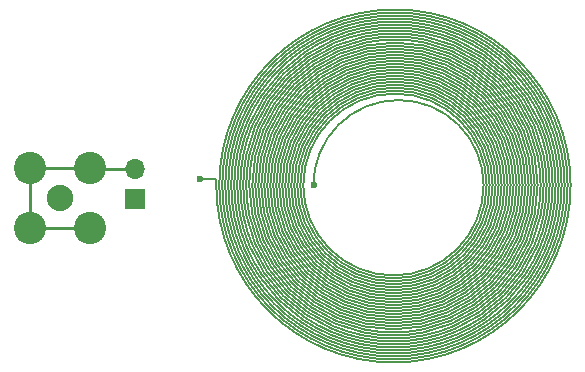
<source format=gbr>
%TF.GenerationSoftware,KiCad,Pcbnew,8.0.1*%
%TF.CreationDate,2024-06-16T17:47:39-07:00*%
%TF.ProjectId,eddy_pcb_coil,65646479-5f70-4636-925f-636f696c2e6b,rev?*%
%TF.SameCoordinates,Original*%
%TF.FileFunction,Copper,L2,Bot*%
%TF.FilePolarity,Positive*%
%FSLAX46Y46*%
G04 Gerber Fmt 4.6, Leading zero omitted, Abs format (unit mm)*
G04 Created by KiCad (PCBNEW 8.0.1) date 2024-06-16 17:47:39*
%MOMM*%
%LPD*%
G01*
G04 APERTURE LIST*
G04 Aperture macros list*
%AMRoundRect*
0 Rectangle with rounded corners*
0 $1 Rounding radius*
0 $2 $3 $4 $5 $6 $7 $8 $9 X,Y pos of 4 corners*
0 Add a 4 corners polygon primitive as box body*
4,1,4,$2,$3,$4,$5,$6,$7,$8,$9,$2,$3,0*
0 Add four circle primitives for the rounded corners*
1,1,$1+$1,$2,$3*
1,1,$1+$1,$4,$5*
1,1,$1+$1,$6,$7*
1,1,$1+$1,$8,$9*
0 Add four rect primitives between the rounded corners*
20,1,$1+$1,$2,$3,$4,$5,0*
20,1,$1+$1,$4,$5,$6,$7,0*
20,1,$1+$1,$6,$7,$8,$9,0*
20,1,$1+$1,$8,$9,$2,$3,0*%
G04 Aperture macros list end*
%TA.AperFunction,EtchedComponent*%
%ADD10C,0.127000*%
%TD*%
%TA.AperFunction,ComponentPad*%
%ADD11R,1.700000X1.700000*%
%TD*%
%TA.AperFunction,ComponentPad*%
%ADD12O,1.700000X1.700000*%
%TD*%
%TA.AperFunction,ComponentPad*%
%ADD13C,0.600000*%
%TD*%
%TA.AperFunction,SMDPad,CuDef*%
%ADD14RoundRect,0.031750X0.476250X0.031750X-0.476250X0.031750X-0.476250X-0.031750X0.476250X-0.031750X0*%
%TD*%
%TA.AperFunction,ComponentPad*%
%ADD15C,2.240000*%
%TD*%
%TA.AperFunction,ComponentPad*%
%ADD16C,2.740000*%
%TD*%
%TA.AperFunction,ViaPad*%
%ADD17C,0.600000*%
%TD*%
%TA.AperFunction,Conductor*%
%ADD18C,0.254000*%
%TD*%
%TA.AperFunction,Conductor*%
%ADD19C,0.127000*%
%TD*%
G04 APERTURE END LIST*
D10*
%TO.C,L1*%
X148627200Y-67479800D02*
X148627200Y-66979800D01*
X148627200Y-66979800D02*
X148127200Y-66979800D01*
X178627200Y-67479800D02*
G75*
G02*
X148627200Y-67479800I-15000000J0D01*
G01*
X178373200Y-67479800D02*
G75*
G02*
X148881200Y-67479800I-14746000J0D01*
G01*
X178119200Y-67479800D02*
G75*
G02*
X149135200Y-67479800I-14492000J0D01*
G01*
X177865200Y-67479800D02*
G75*
G02*
X149389200Y-67479800I-14238000J0D01*
G01*
X177611200Y-67479800D02*
G75*
G02*
X149643200Y-67479800I-13984000J0D01*
G01*
X177357200Y-67479800D02*
G75*
G02*
X149897200Y-67479800I-13730000J0D01*
G01*
X177103200Y-67479800D02*
G75*
G02*
X150151200Y-67479800I-13476000J0D01*
G01*
X176849200Y-67479800D02*
G75*
G02*
X150405200Y-67479800I-13222000J0D01*
G01*
X176595200Y-67479800D02*
G75*
G02*
X150659200Y-67479800I-12968000J0D01*
G01*
X176341200Y-67479800D02*
G75*
G02*
X150913200Y-67479800I-12714000J0D01*
G01*
X176087200Y-67479800D02*
G75*
G02*
X151167200Y-67479800I-12460000J0D01*
G01*
X175833200Y-67479800D02*
G75*
G02*
X151421200Y-67479800I-12206000J0D01*
G01*
X175579200Y-67479800D02*
G75*
G02*
X151675200Y-67479800I-11952000J0D01*
G01*
X175325200Y-67479800D02*
G75*
G02*
X151929200Y-67479800I-11698000J0D01*
G01*
X175071200Y-67479800D02*
G75*
G02*
X152183200Y-67479800I-11444000J0D01*
G01*
X174817200Y-67479800D02*
G75*
G02*
X152437200Y-67479800I-11190000J0D01*
G01*
X174563200Y-67479800D02*
G75*
G02*
X152691200Y-67479800I-10936000J0D01*
G01*
X174309200Y-67479800D02*
G75*
G02*
X152945200Y-67479800I-10682000J0D01*
G01*
X174055200Y-67479800D02*
G75*
G02*
X153199200Y-67479800I-10428000J0D01*
G01*
X173801200Y-67479800D02*
G75*
G02*
X153453200Y-67479800I-10174000J0D01*
G01*
X173547200Y-67479800D02*
G75*
G02*
X153707200Y-67479800I-9920000J0D01*
G01*
X173293200Y-67479800D02*
G75*
G02*
X153961200Y-67479800I-9666000J0D01*
G01*
X173039200Y-67479800D02*
G75*
G02*
X154215200Y-67479800I-9412000J0D01*
G01*
X172785200Y-67479800D02*
G75*
G02*
X154469200Y-67479800I-9158000J0D01*
G01*
X172531200Y-67479800D02*
G75*
G02*
X154723200Y-67479800I-8904000J0D01*
G01*
X172277200Y-67479800D02*
G75*
G02*
X154977200Y-67479800I-8650000J0D01*
G01*
X172023200Y-67479800D02*
G75*
G02*
X155231200Y-67479800I-8396000J0D01*
G01*
X171769200Y-67479800D02*
G75*
G02*
X155485200Y-67479800I-8142000J0D01*
G01*
X171515200Y-67479800D02*
G75*
G02*
X155739200Y-67479800I-7888000J0D01*
G01*
X171261200Y-67479800D02*
G75*
G02*
X155993200Y-67479800I-7634000J-4226D01*
G01*
X156847201Y-67479800D02*
G75*
G02*
X171261199Y-67479800I7206999J6244D01*
G01*
X155993200Y-67479800D02*
G75*
G02*
X171515200Y-67479800I7761000J0D01*
G01*
X155739200Y-67479800D02*
G75*
G02*
X171769200Y-67479800I8015000J0D01*
G01*
X155485200Y-67479800D02*
G75*
G02*
X172023200Y-67479800I8269000J0D01*
G01*
X155231200Y-67479800D02*
G75*
G02*
X172277200Y-67479800I8523000J0D01*
G01*
X154977200Y-67479800D02*
G75*
G02*
X172531200Y-67479800I8777000J0D01*
G01*
X154723200Y-67479800D02*
G75*
G02*
X172785200Y-67479800I9031000J0D01*
G01*
X154469200Y-67479800D02*
G75*
G02*
X173039200Y-67479800I9285000J0D01*
G01*
X154215200Y-67479800D02*
G75*
G02*
X173293200Y-67479800I9539000J0D01*
G01*
X153961200Y-67479800D02*
G75*
G02*
X173547200Y-67479800I9793000J0D01*
G01*
X153707200Y-67479800D02*
G75*
G02*
X173801200Y-67479800I10047000J0D01*
G01*
X153453200Y-67479800D02*
G75*
G02*
X174055200Y-67479800I10301000J0D01*
G01*
X153199200Y-67479800D02*
G75*
G02*
X174309200Y-67479800I10555000J0D01*
G01*
X152945200Y-67479800D02*
G75*
G02*
X174563200Y-67479800I10809000J0D01*
G01*
X152691200Y-67479800D02*
G75*
G02*
X174817200Y-67479800I11063000J0D01*
G01*
X152437200Y-67479800D02*
G75*
G02*
X175071200Y-67479800I11317000J0D01*
G01*
X152183200Y-67479800D02*
G75*
G02*
X175325200Y-67479800I11571000J0D01*
G01*
X151929200Y-67479800D02*
G75*
G02*
X175579200Y-67479800I11825000J0D01*
G01*
X151675200Y-67479800D02*
G75*
G02*
X175833200Y-67479800I12079000J0D01*
G01*
X151421200Y-67479800D02*
G75*
G02*
X176087200Y-67479800I12333000J0D01*
G01*
X151167200Y-67479800D02*
G75*
G02*
X176341200Y-67479800I12587000J0D01*
G01*
X150913200Y-67479800D02*
G75*
G02*
X176595200Y-67479800I12841000J0D01*
G01*
X150659200Y-67479800D02*
G75*
G02*
X176849200Y-67479800I13095000J0D01*
G01*
X150405200Y-67479800D02*
G75*
G02*
X177103200Y-67479800I13349000J0D01*
G01*
X150151200Y-67479800D02*
G75*
G02*
X177357200Y-67479800I13603000J0D01*
G01*
X149897200Y-67479800D02*
G75*
G02*
X177611200Y-67479800I13857000J0D01*
G01*
X149643200Y-67479800D02*
G75*
G02*
X177865200Y-67479800I14111000J0D01*
G01*
X149389200Y-67479800D02*
G75*
G02*
X178119200Y-67479800I14365000J0D01*
G01*
X149135200Y-67479800D02*
G75*
G02*
X178373200Y-67479800I14619000J0D01*
G01*
X148881200Y-67479800D02*
G75*
G02*
X178627200Y-67479800I14873000J0D01*
G01*
%TD*%
D11*
%TO.P,J2,1,Pin_1*%
%TO.N,Net-(J1-In)*%
X141757400Y-68686600D03*
D12*
%TO.P,J2,2,Pin_2*%
%TO.N,Net-(J1-Ext)*%
X141757400Y-66146600D03*
%TD*%
D13*
%TO.P,L1,*%
%TO.N,*%
X156911200Y-67479800D03*
D14*
%TO.P,L1,2,2*%
%TO.N,Net-(J1-Ext)*%
X147777200Y-66979800D03*
%TD*%
D15*
%TO.P,J1,1,In*%
%TO.N,Net-(J1-In)*%
X135407400Y-68554600D03*
D16*
%TO.P,J1,2,Ext*%
%TO.N,Net-(J1-Ext)*%
X132867400Y-66014600D03*
X132867400Y-71094600D03*
X137947400Y-66014600D03*
X137947400Y-71094600D03*
%TD*%
D17*
%TO.N,Net-(J1-Ext)*%
X147243800Y-66979800D03*
%TD*%
D18*
%TO.N,Net-(J1-Ext)*%
X138079400Y-66146600D02*
X137947400Y-66014600D01*
X132867400Y-66014600D02*
X132867400Y-71094600D01*
X137947400Y-66014600D02*
X132867400Y-66014600D01*
X132867400Y-71094600D02*
X137947400Y-71094600D01*
X141757400Y-66146600D02*
X138079400Y-66146600D01*
D19*
X147777200Y-66979800D02*
X147243800Y-66979800D01*
%TD*%
M02*

</source>
